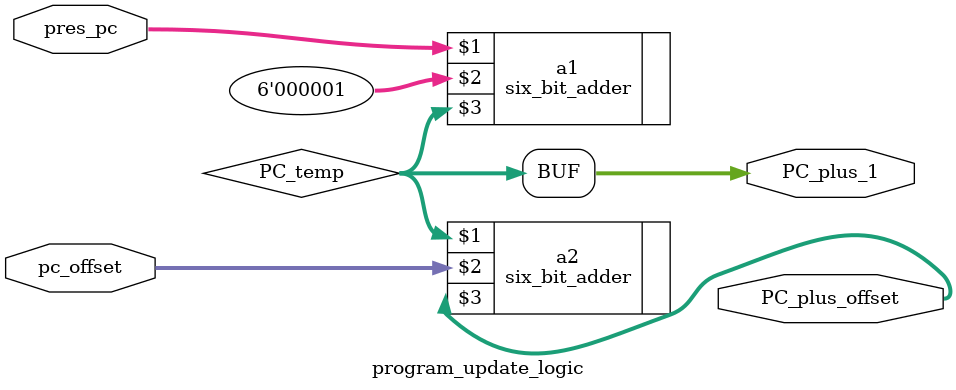
<source format=v>
module program_update_logic(pres_pc, pc_offset, PC_plus_1, PC_plus_offset);
	input [5:0] pres_pc, pc_offset;
	output [5:0] PC_plus_1, PC_plus_offset;
	
	wire [5:0] PC_temp;
	
	six_bit_adder a1(pres_pc, 6'b000001, PC_temp);
	six_bit_adder a2(PC_temp, pc_offset, PC_plus_offset);
	assign PC_plus_1= PC_temp;
endmodule

</source>
